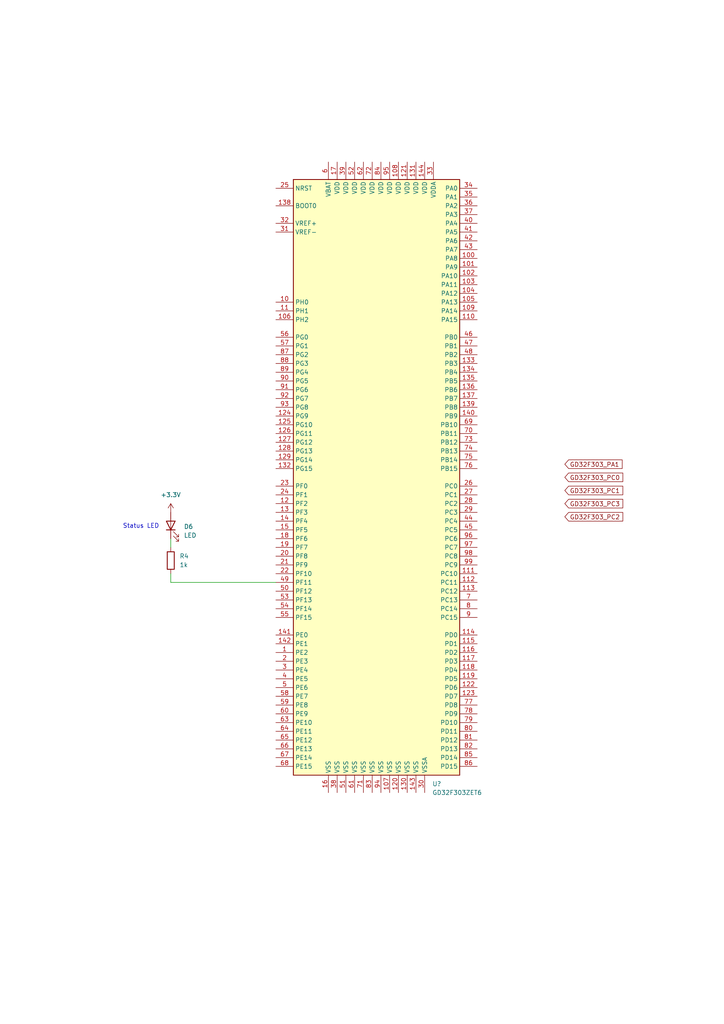
<source format=kicad_sch>
(kicad_sch (version 20231120) (generator "eeschema") (generator_version "8.0")
  (paper "A4" portrait)
  (lib_symbols
    (symbol "Device:LED" (pin_numbers hide) (pin_names (offset 1.016) hide)
      (property "Reference" "D" (at 0 2.54 0))
      (property "Value" "LED" (at 0 -2.54 0))
      (symbol "LED_0_1"
        (polyline (pts (xy -1.27 -1.27) (xy -1.27 1.27)) (stroke (width 0.254)))
        (polyline (pts (xy -1.27 0) (xy 1.27 0)))
        (polyline (pts (xy 1.27 -1.27) (xy 1.27 1.27) (xy -1.27 0) (xy 1.27 -1.27)) (stroke (width 0.254)))
        (polyline (pts (xy -3.048 -0.762) (xy -4.572 -2.286) (xy -3.81 -2.286) (xy -4.572 -2.286) (xy -4.572 -1.524)))
        (polyline (pts (xy -1.778 -0.762) (xy -3.302 -2.286) (xy -2.54 -2.286) (xy -3.302 -2.286) (xy -3.302 -1.524)))
      )
      (symbol "LED_1_1"
        (pin passive line (at -3.81 0 0) (length 2.54) (name "K") (number "1"))
        (pin passive line (at 3.81 0 180) (length 2.54) (name "A") (number "2"))
      )
    )
    (symbol "Device:R" (pin_numbers hide) (pin_names (offset 0))
      (property "Reference" "R" (at 2.032 0 90))
      (property "Value" "R" (at 0 0 90))
      (symbol "R_0_1"
        (rectangle (start -1.016 -2.54) (end 1.016 2.54) (stroke (width 0.254)))
      )
      (symbol "R_1_1"
        (pin passive line (at 0 3.81 270) (length 1.27) (name "~") (number "1"))
        (pin passive line (at 0 -3.81 90) (length 1.27) (name "~") (number "2"))
      )
    )
    (symbol "MCU_ST_STM32F3:STM32F303ZETx"
      (property "Reference" "U" (at -25.4 87.63 0))
      (property "Value" "STM32F303ZETx" (at 17.78 87.63 0))
      (symbol "STM32F303ZETx_0_1"
        (rectangle (start -25.4 -86.36) (end 22.86 86.36) (stroke (width 0.254)) (fill (type background)))
      )
      (symbol "STM32F303ZETx_1_1"
        (pin bidirectional line (at -30.48 -50.8 0) (length 5.08) (name "PE2") (number "1"))
        (pin bidirectional line (at -30.48 50.8 0) (length 5.08) (name "PH0") (number "10"))
        (pin bidirectional line (at 27.94 63.5 180) (length 5.08) (name "PA8") (number "100"))
        (pin bidirectional line (at 27.94 60.96 180) (length 5.08) (name "PA9") (number "101"))
        (pin bidirectional line (at 27.94 58.42 180) (length 5.08) (name "PA10") (number "102"))
        (pin bidirectional line (at 27.94 55.88 180) (length 5.08) (name "PA11") (number "103"))
        (pin bidirectional line (at 27.94 53.34 180) (length 5.08) (name "PA12") (number "104"))
        (pin bidirectional line (at 27.94 50.8 180) (length 5.08) (name "PA13") (number "105"))
        (pin bidirectional line (at -30.48 45.72 0) (length 5.08) (name "PH2") (number "106"))
        (pin power_in line (at 2.54 -91.44 90) (length 5.08) (name "VSS") (number "107"))
        (pin power_in line (at 5.08 91.44 270) (length 5.08) (name "VDD") (number "108"))
        (pin bidirectional line (at 27.94 48.26 180) (length 5.08) (name "PA14") (number "109"))
        (pin bidirectional line (at -30.48 48.26 0) (length 5.08) (name "PH1") (number "11"))
        (pin bidirectional line (at 27.94 45.72 180) (length 5.08) (name "PA15") (number "110"))
        (pin bidirectional line (at 27.94 -27.94 180) (length 5.08) (name "PC10") (number "111"))
        (pin bidirectional line (at 27.94 -30.48 180) (length 5.08) (name "PC11") (number "112"))
        (pin bidirectional line (at 27.94 -33.02 180) (length 5.08) (name "PC12") (number "113"))
        (pin bidirectional line (at 27.94 -45.72 180) (length 5.08) (name "PD0") (number "114"))
        (pin bidirectional line (at 27.94 -48.26 180) (length 5.08) (name "PD1") (number "115"))
        (pin bidirectional line (at 27.94 -50.8 180) (length 5.08) (name "PD2") (number "116"))
        (pin bidirectional line (at 27.94 -53.34 180) (length 5.08) (name "PD3") (number "117"))
        (pin bidirectional line (at 27.94 -55.88 180) (length 5.08) (name "PD4") (number "118"))
        (pin bidirectional line (at 27.94 -58.42 180) (length 5.08) (name "PD5") (number "119"))
        (pin bidirectional line (at -30.48 -7.62 0) (length 5.08) (name "PF2") (number "12"))
        (pin power_in line (at 5.08 -91.44 90) (length 5.08) (name "VSS") (number "120"))
        (pin power_in line (at 7.62 91.44 270) (length 5.08) (name "VDD") (number "121"))
        (pin bidirectional line (at 27.94 -60.96 180) (length 5.08) (name "PD6") (number "122"))
        (pin bidirectional line (at 27.94 -63.5 180) (length 5.08) (name "PD7") (number "123"))
        (pin bidirectional line (at -30.48 17.78 0) (length 5.08) (name "PG9") (number "124"))
        (pin bidirectional line (at -30.48 15.24 0) (length 5.08) (name "PG10") (number "125"))
        (pin bidirectional line (at -30.48 12.7 0) (length 5.08) (name "PG11") (number "126"))
        (pin bidirectional line (at -30.48 10.16 0) (length 5.08) (name "PG12") (number "127"))
        (pin bidirectional line (at -30.48 7.62 0) (length 5.08) (name "PG13") (number "128"))
        (pin bidirectional line (at -30.48 5.08 0) (length 5.08) (name "PG14") (number "129"))
        (pin bidirectional line (at -30.48 -10.16 0) (length 5.08) (name "PF3") (number "13"))
        (pin power_in line (at 7.62 -91.44 90) (length 5.08) (name "VSS") (number "130"))
        (pin power_in line (at 10.16 91.44 270) (length 5.08) (name "VDD") (number "131"))
        (pin bidirectional line (at -30.48 2.54 0) (length 5.08) (name "PG15") (number "132"))
        (pin bidirectional line (at 27.94 33.02 180) (length 5.08) (name "PB3") (number "133"))
        (pin bidirectional line (at 27.94 30.48 180) (length 5.08) (name "PB4") (number "134"))
        (pin bidirectional line (at 27.94 27.94 180) (length 5.08) (name "PB5") (number "135"))
        (pin bidirectional line (at 27.94 25.4 180) (length 5.08) (name "PB6") (number "136"))
        (pin bidirectional line (at 27.94 22.86 180) (length 5.08) (name "PB7") (number "137"))
        (pin input line (at -30.48 78.74 0) (length 5.08) (name "BOOT0") (number "138"))
        (pin bidirectional line (at 27.94 20.32 180) (length 5.08) (name "PB8") (number "139"))
        (pin bidirectional line (at -30.48 -12.7 0) (length 5.08) (name "PF4") (number "14"))
        (pin bidirectional line (at 27.94 17.78 180) (length 5.08) (name "PB9") (number "140"))
        (pin bidirectional line (at -30.48 -45.72 0) (length 5.08) (name "PE0") (number "141"))
        (pin bidirectional line (at -30.48 -48.26 0) (length 5.08) (name "PE1") (number "142"))
        (pin power_in line (at 10.16 -91.44 90) (length 5.08) (name "VSS") (number "143"))
        (pin power_in line (at 12.7 91.44 270) (length 5.08) (name "VDD") (number "144"))
        (pin bidirectional line (at -30.48 -15.24 0) (length 5.08) (name "PF5") (number "15"))
        (pin power_in line (at -15.24 -91.44 90) (length 5.08) (name "VSS") (number "16"))
        (pin power_in line (at -12.7 91.44 270) (length 5.08) (name "VDD") (number "17"))
        (pin bidirectional line (at -30.48 -17.78 0) (length 5.08) (name "PF6") (number "18"))
        (pin bidirectional line (at -30.48 -20.32 0) (length 5.08) (name "PF7") (number "19"))
        (pin bidirectional line (at -30.48 -53.34 0) (length 5.08) (name "PE3") (number "2"))
        (pin bidirectional line (at -30.48 -22.86 0) (length 5.08) (name "PF8") (number "20"))
        (pin bidirectional line (at -30.48 -25.4 0) (length 5.08) (name "PF9") (number "21"))
        (pin bidirectional line (at -30.48 -27.94 0) (length 5.08) (name "PF10") (number "22"))
        (pin input line (at -30.48 -2.54 0) (length 5.08) (name "PF0") (number "23"))
        (pin input line (at -30.48 -5.08 0) (length 5.08) (name "PF1") (number "24"))
        (pin input line (at -30.48 83.82 0) (length 5.08) (name "NRST") (number "25"))
        (pin bidirectional line (at 27.94 -2.54 180) (length 5.08) (name "PC0") (number "26"))
        (pin bidirectional line (at 27.94 -5.08 180) (length 5.08) (name "PC1") (number "27"))
        (pin bidirectional line (at 27.94 -7.62 180) (length 5.08) (name "PC2") (number "28"))
        (pin bidirectional line (at 27.94 -10.16 180) (length 5.08) (name "PC3") (number "29"))
        (pin bidirectional line (at -30.48 -55.88 0) (length 5.08) (name "PE4") (number "3"))
        (pin power_in line (at 12.7 -91.44 90) (length 5.08) (name "VSSA") (number "30"))
        (pin power_in line (at -30.48 71.12 0) (length 5.08) (name "VREF-") (number "31"))
        (pin power_in line (at -30.48 73.66 0) (length 5.08) (name "VREF+") (number "32"))
        (pin power_in line (at 15.24 91.44 270) (length 5.08) (name "VDDA") (number "33"))
        (pin bidirectional line (at 27.94 83.82 180) (length 5.08) (name "PA0") (number "34"))
        (pin bidirectional line (at 27.94 81.28 180) (length 5.08) (name "PA1") (number "35"))
        (pin bidirectional line (at 27.94 78.74 180) (length 5.08) (name "PA2") (number "36"))
        (pin bidirectional line (at 27.94 76.2 180) (length 5.08) (name "PA3") (number "37"))
        (pin power_in line (at -12.7 -91.44 90) (length 5.08) (name "VSS") (number "38"))
        (pin power_in line (at -10.16 91.44 270) (length 5.08) (name "VDD") (number "39"))
        (pin bidirectional line (at -30.48 -58.42 0) (length 5.08) (name "PE5") (number "4"))
        (pin bidirectional line (at 27.94 73.66 180) (length 5.08) (name "PA4") (number "40"))
        (pin bidirectional line (at 27.94 71.12 180) (length 5.08) (name "PA5") (number "41"))
        (pin bidirectional line (at 27.94 68.58 180) (length 5.08) (name "PA6") (number "42"))
        (pin bidirectional line (at 27.94 66.04 180) (length 5.08) (name "PA7") (number "43"))
        (pin bidirectional line (at 27.94 -12.7 180) (length 5.08) (name "PC4") (number "44"))
        (pin bidirectional line (at 27.94 -15.24 180) (length 5.08) (name "PC5") (number "45"))
        (pin bidirectional line (at 27.94 40.64 180) (length 5.08) (name "PB0") (number "46"))
        (pin bidirectional line (at 27.94 38.1 180) (length 5.08) (name "PB1") (number "47"))
        (pin bidirectional line (at 27.94 35.56 180) (length 5.08) (name "PB2") (number "48"))
        (pin bidirectional line (at -30.48 -30.48 0) (length 5.08) (name "PF11") (number "49"))
        (pin bidirectional line (at -30.48 -60.96 0) (length 5.08) (name "PE6") (number "5"))
        (pin bidirectional line (at -30.48 -33.02 0) (length 5.08) (name "PF12") (number "50"))
        (pin power_in line (at -10.16 -91.44 90) (length 5.08) (name "VSS") (number "51"))
        (pin power_in line (at -7.62 91.44 270) (length 5.08) (name "VDD") (number "52"))
        (pin bidirectional line (at -30.48 -35.56 0) (length 5.08) (name "PF13") (number "53"))
        (pin bidirectional line (at -30.48 -38.1 0) (length 5.08) (name "PF14") (number "54"))
        (pin bidirectional line (at -30.48 -40.64 0) (length 5.08) (name "PF15") (number "55"))
        (pin bidirectional line (at -30.48 40.64 0) (length 5.08) (name "PG0") (number "56"))
        (pin bidirectional line (at -30.48 38.1 0) (length 5.08) (name "PG1") (number "57"))
        (pin bidirectional line (at -30.48 -63.5 0) (length 5.08) (name "PE7") (number "58"))
        (pin bidirectional line (at -30.48 -66.04 0) (length 5.08) (name "PE8") (number "59"))
        (pin power_in line (at -15.24 91.44 270) (length 5.08) (name "VBAT") (number "6"))
        (pin bidirectional line (at -30.48 -68.58 0) (length 5.08) (name "PE9") (number "60"))
        (pin power_in line (at -7.62 -91.44 90) (length 5.08) (name "VSS") (number "61"))
        (pin power_in line (at -5.08 91.44 270) (length 5.08) (name "VDD") (number "62"))
        (pin bidirectional line (at -30.48 -71.12 0) (length 5.08) (name "PE10") (number "63"))
        (pin bidirectional line (at -30.48 -73.66 0) (length 5.08) (name "PE11") (number "64"))
        (pin bidirectional line (at -30.48 -76.2 0) (length 5.08) (name "PE12") (number "65"))
        (pin bidirectional line (at -30.48 -78.74 0) (length 5.08) (name "PE13") (number "66"))
        (pin bidirectional line (at -30.48 -81.28 0) (length 5.08) (name "PE14") (number "67"))
        (pin bidirectional line (at -30.48 -83.82 0) (length 5.08) (name "PE15") (number "68"))
        (pin bidirectional line (at 27.94 15.24 180) (length 5.08) (name "PB10") (number "69"))
        (pin bidirectional line (at 27.94 -35.56 180) (length 5.08) (name "PC13") (number "7"))
        (pin bidirectional line (at 27.94 12.7 180) (length 5.08) (name "PB11") (number "70"))
        (pin power_in line (at -5.08 -91.44 90) (length 5.08) (name "VSS") (number "71"))
        (pin power_in line (at -2.54 91.44 270) (length 5.08) (name "VDD") (number "72"))
        (pin bidirectional line (at 27.94 10.16 180) (length 5.08) (name "PB12") (number "73"))
        (pin bidirectional line (at 27.94 7.62 180) (length 5.08) (name "PB13") (number "74"))
        (pin bidirectional line (at 27.94 5.08 180) (length 5.08) (name "PB14") (number "75"))
        (pin bidirectional line (at 27.94 2.54 180) (length 5.08) (name "PB15") (number "76"))
        (pin bidirectional line (at 27.94 -66.04 180) (length 5.08) (name "PD8") (number "77"))
        (pin bidirectional line (at 27.94 -68.58 180) (length 5.08) (name "PD9") (number "78"))
        (pin bidirectional line (at 27.94 -71.12 180) (length 5.08) (name "PD10") (number "79"))
        (pin bidirectional line (at 27.94 -38.1 180) (length 5.08) (name "PC14") (number "8"))
        (pin bidirectional line (at 27.94 -73.66 180) (length 5.08) (name "PD11") (number "80"))
        (pin bidirectional line (at 27.94 -76.2 180) (length 5.08) (name "PD12") (number "81"))
        (pin bidirectional line (at 27.94 -78.74 180) (length 5.08) (name "PD13") (number "82"))
        (pin power_in line (at -2.54 -91.44 90) (length 5.08) (name "VSS") (number "83"))
        (pin power_in line (at 0 91.44 270) (length 5.08) (name "VDD") (number "84"))
        (pin bidirectional line (at 27.94 -81.28 180) (length 5.08) (name "PD14") (number "85"))
        (pin bidirectional line (at 27.94 -83.82 180) (length 5.08) (name "PD15") (number "86"))
        (pin bidirectional line (at -30.48 35.56 0) (length 5.08) (name "PG2") (number "87"))
        (pin bidirectional line (at -30.48 33.02 0) (length 5.08) (name "PG3") (number "88"))
        (pin bidirectional line (at -30.48 30.48 0) (length 5.08) (name "PG4") (number "89"))
        (pin bidirectional line (at 27.94 -40.64 180) (length 5.08) (name "PC15") (number "9"))
        (pin bidirectional line (at -30.48 27.94 0) (length 5.08) (name "PG5") (number "90"))
        (pin bidirectional line (at -30.48 25.4 0) (length 5.08) (name "PG6") (number "91"))
        (pin bidirectional line (at -30.48 22.86 0) (length 5.08) (name "PG7") (number "92"))
        (pin bidirectional line (at -30.48 20.32 0) (length 5.08) (name "PG8") (number "93"))
        (pin power_in line (at 0 -91.44 90) (length 5.08) (name "VSS") (number "94"))
        (pin power_in line (at 2.54 91.44 270) (length 5.08) (name "VDD") (number "95"))
        (pin bidirectional line (at 27.94 -17.78 180) (length 5.08) (name "PC6") (number "96"))
        (pin bidirectional line (at 27.94 -20.32 180) (length 5.08) (name "PC7") (number "97"))
        (pin bidirectional line (at 27.94 -22.86 180) (length 5.08) (name "PC8") (number "98"))
        (pin bidirectional line (at 27.94 -25.4 180) (length 5.08) (name "PC9") (number "99"))
      )
    )
    (symbol "power:+3.3V" (power) (pin_names (offset 0))
      (property "Value" "+3.3V" (at 0 3.556 0))
      (symbol "+3.3V_0_1"
        (polyline (pts (xy -0.762 1.27) (xy 0 2.54)))
        (polyline (pts (xy 0 0) (xy 0 2.54)))
        (polyline (pts (xy 0 2.54) (xy 0.762 1.27)))
      )
      (symbol "+3.3V_1_1"
        (pin power_in line (at 0 0 90) (length 0) hide (name "+3.3V") (number "1"))
      )
    )
  )
  (wire (pts (xy 80.01 168.91) (xy 49.53 168.91)))
  (wire (pts (xy 49.53 168.91) (xy 49.53 166.37)))
  (wire (pts (xy 49.53 156.21) (xy 49.53 158.75)))
  (text "Status LED" (at 40.894 152.654 0) (effects (font (size 1.27 1.27))))
  (global_label "GD32F303_PC3" (shape input) (at 163.83 146.05 0) (property "Intersheetrefs" "${INTERSHEET_REFS}" (effects (hide yes))))
  (global_label "GD32F303_PC2" (shape input) (at 163.83 149.86 0) (property "Intersheetrefs" "${INTERSHEET_REFS}" (effects (hide yes))))
  (global_label "GD32F303_PC1" (shape input) (at 163.83 142.24 0) (property "Intersheetrefs" "${INTERSHEET_REFS}" (effects (hide yes))))
  (global_label "GD32F303_PA1" (shape input) (at 163.83 134.62 0) (property "Intersheetrefs" "${INTERSHEET_REFS}" (effects (hide yes))))
  (global_label "GD32F303_PC0" (shape input) (at 163.83 138.43 0) (property "Intersheetrefs" "${INTERSHEET_REFS}" (effects (hide yes))))
  (symbol (lib_id "Device:R") (at 49.53 162.56 0) (unit 1)
    (property "Reference" "R4" (at 52.07 161.2899 0) (effects (justify left)))
    (property "Value" "1k" (at 52.07 163.8299 0) (effects (justify left)))
    (property "Description" "Resistor" (effects (hide yes)))
  )
  (symbol (lib_id "MCU_ST_STM32F3:STM32F303ZETx") (at 110.49 138.43 0) (unit 1)
    (property "Reference" "U?" (at 125.3841 227.33 0) (effects (justify left)))
    (property "Value" "GD32F303ZET6" (at 125.3841 229.87 0) (effects (justify left)))
    (property "Footprint" "Package_QFP:LQFP-144_20x20mm_P0.5mm" (effects (hide yes)))
    (property "Datasheet" "https://www.gigadevice.com.cn/Public/Uploads/uploadfile/files/20240403/GD32F303xx_Datasheet_Rev3.0.pdf" (effects (hide yes)))
  )
  (symbol (lib_id "power:+3.3V") (at 49.53 148.59 0) (unit 1)
    (property "Reference" "#PWR01" (effects (hide yes)))
    (property "Value" "+3.3V" (at 49.53 143.51 0))
  )
  (symbol (lib_id "Device:LED") (at 49.53 152.4 90) (unit 1)
    (property "Reference" "D6" (at 53.34 152.7174 90) (effects (justify right)))
    (property "Value" "LED" (at 53.34 155.2574 90) (effects (justify right)))
    (property "Description" "Light emitting diode" (effects (hide yes)))
  )
)
</source>
